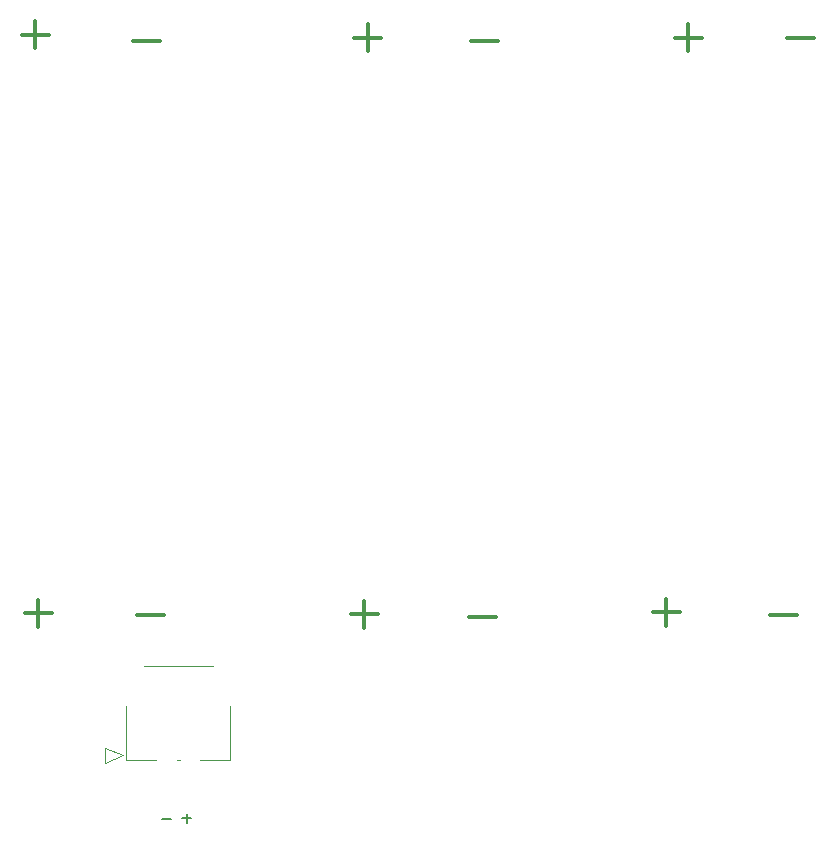
<source format=gbo>
G04 #@! TF.GenerationSoftware,KiCad,Pcbnew,7.0.1-0*
G04 #@! TF.CreationDate,2023-03-19T01:48:45-04:00*
G04 #@! TF.ProjectId,solar-cell-pcbs-usbUPDATING,736f6c61-722d-4636-956c-6c2d70636273,3*
G04 #@! TF.SameCoordinates,Original*
G04 #@! TF.FileFunction,Legend,Bot*
G04 #@! TF.FilePolarity,Positive*
%FSLAX46Y46*%
G04 Gerber Fmt 4.6, Leading zero omitted, Abs format (unit mm)*
G04 Created by KiCad (PCBNEW 7.0.1-0) date 2023-03-19 01:48:45*
%MOMM*%
%LPD*%
G01*
G04 APERTURE LIST*
%ADD10C,0.150000*%
%ADD11C,0.300000*%
%ADD12C,0.120000*%
%ADD13C,5.600000*%
%ADD14C,3.000000*%
%ADD15R,1.100000X1.450000*%
%ADD16R,1.350000X2.899999*%
G04 APERTURE END LIST*
D10*
X91000951Y-125801666D02*
X90239047Y-125801666D01*
D11*
X88157142Y-108545000D02*
X90442857Y-108545000D01*
D10*
X92700951Y-125781666D02*
X91939047Y-125781666D01*
X92319999Y-126162619D02*
X92319999Y-125400714D01*
D11*
X116205142Y-108703000D02*
X118490857Y-108703000D01*
X78359142Y-59427000D02*
X80644857Y-59427000D01*
X79501999Y-60569857D02*
X79501999Y-58284142D01*
X145414857Y-59699000D02*
X143129143Y-59699000D01*
X87757142Y-59935000D02*
X90042857Y-59935000D01*
X141757142Y-108545000D02*
X144042857Y-108545000D01*
X107383000Y-107355142D02*
X107383000Y-109640857D01*
X108525857Y-108497999D02*
X106240142Y-108497999D01*
X132925000Y-109452857D02*
X132925000Y-107167143D01*
X134067857Y-108310000D02*
X131782142Y-108310000D01*
X79745000Y-109542857D02*
X79745000Y-107257143D01*
X80887857Y-108400000D02*
X78602142Y-108400000D01*
X134785000Y-60822857D02*
X134785000Y-58537143D01*
X135927857Y-59680000D02*
X133642142Y-59680000D01*
X118722857Y-59935000D02*
X116437143Y-59935000D01*
X107665000Y-60832857D02*
X107665000Y-58547143D01*
X108807857Y-59690000D02*
X106522142Y-59690000D01*
D12*
X86976008Y-120420000D02*
X85452008Y-119785000D01*
X95979991Y-116215040D02*
X95979991Y-120845000D01*
X95979991Y-120845000D02*
X93475041Y-120845000D01*
X87230008Y-120845000D02*
X87230008Y-116215040D01*
X85452008Y-119785000D02*
X85452008Y-121055000D01*
X91734961Y-120845000D02*
X91475040Y-120845000D01*
X85452008Y-121055000D02*
X86976008Y-120420000D01*
X89734960Y-120845000D02*
X87230008Y-120845000D01*
X88689018Y-112895000D02*
X94520981Y-112895000D01*
%LPC*%
D13*
X84600000Y-42750000D03*
D14*
X107768000Y-104348000D03*
X116768000Y-104348000D03*
X133300000Y-104200000D03*
X142300000Y-104200000D03*
D13*
X139600000Y-138250000D03*
D14*
X79700000Y-104200000D03*
X88700000Y-104200000D03*
X135100000Y-55580000D03*
X144100000Y-55580000D03*
D13*
X84600000Y-138250000D03*
D14*
X79700000Y-55580000D03*
X88700000Y-55580000D03*
D13*
X139600000Y-42750000D03*
D14*
X108000000Y-55580000D03*
X117000000Y-55580000D03*
D15*
X90605000Y-120420000D03*
X92605001Y-120420000D03*
D16*
X87710002Y-114445001D03*
X95499997Y-114445001D03*
M02*

</source>
